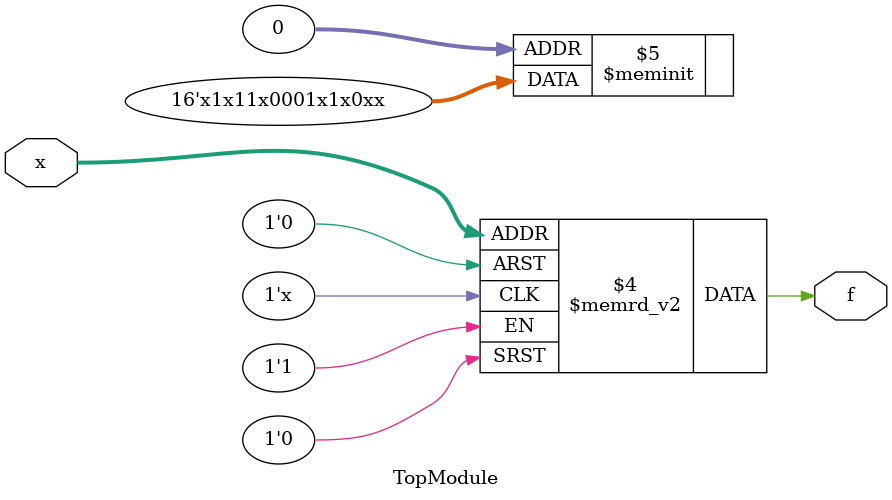
<source format=v>
module TopModule(
    input [4:1] x,
    output reg f
);
    // Implement K-map with correct index interpretation
    // K-map headers: x[1]x[2] (columns), x[3]x[4] (rows)
    // x[1] is MSB of column, x[3] is MSB of row
    always @(*) begin : blk_1
        case(x)
            4'b0000: f = 1'bx;  // row=00, col=00: d
            4'b0001: f = 1'bx;  // row=00, col=10: d
            4'b0010: f = 1'b0;  // row=00, col=01: 0
            4'b0011: f = 1'bx;  // row=00, col=11: d
            
            4'b0100: f = 1'b1;  // row=10, col=00: 1
            4'b0101: f = 1'bx;  // row=10, col=10: d
            4'b0110: f = 1'b1;  // row=10, col=01: 1
            4'b0111: f = 1'b0;  // row=10, col=11: 0
            
            4'b1000: f = 1'b0;  // row=01, col=00: 0
            4'b1001: f = 1'b0;  // row=01, col=10: 0
            4'b1010: f = 1'bx;  // row=01, col=01: d
            4'b1011: f = 1'b1;  // row=01, col=11: 1
            
            4'b1100: f = 1'b1;  // row=11, col=00: 1
            4'b1101: f = 1'bx;  // row=11, col=10: d
            4'b1110: f = 1'b1;  // row=11, col=01: 1
            4'b1111: f = 1'bx;  // row=11, col=11: d
            
            default: f = 1'bx;
        endcase
    end

endmodule

</source>
